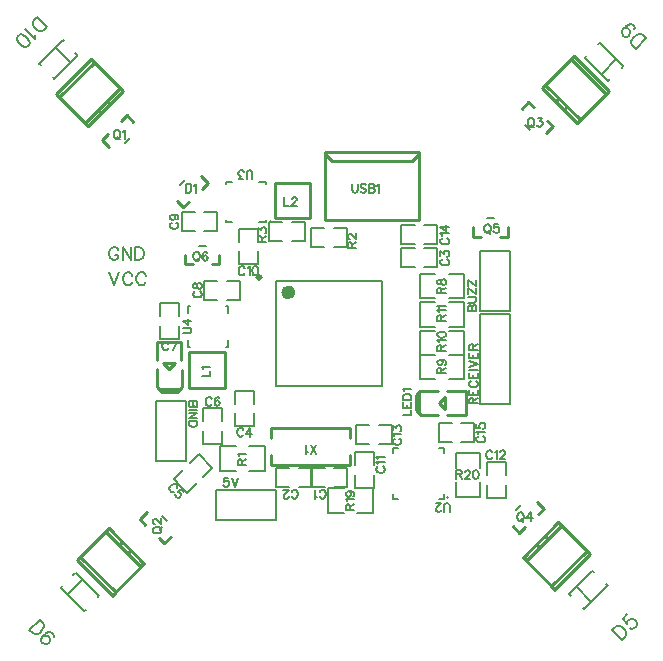
<source format=gto>
G04 ---------------------------- Layer name :TOP SILK LAYER*
G04 EasyEDA v5.8.19, Tue, 23 Oct 2018 03:45:39 GMT*
G04 c271f884b48f468e9f27791542bbc0a4*
G04 Gerber Generator version 0.2*
G04 Scale: 100 percent, Rotated: No, Reflected: No *
G04 Dimensions in inches *
G04 leading zeros omitted , absolute positions ,2 integer and 4 decimal *
%FSLAX24Y24*%
%MOIN*%
G90*
G70D02*

%ADD10C,0.010000*%
%ADD52C,0.007874*%
%ADD53C,0.007870*%
%ADD54C,0.008000*%
%ADD55C,0.007992*%
%ADD56C,0.007900*%
%ADD57C,0.009842*%
%ADD58C,0.003900*%
%ADD59C,0.023622*%
%ADD60C,0.011811*%
%ADD61C,0.005000*%
%ADD62C,0.006000*%
%ADD63C,0.007000*%

%LPD*%
G54D10*
G01X13390Y19388D02*
G01X13390Y18207D01*
G01X12209Y18207D01*
G01X12209Y19388D01*
G01X13390Y19388D01*
G01X7094Y21444D02*
G01X7278Y21628D01*
G01X7094Y21444D01*
G01X7278Y21628D01*
G01X7505Y21401D01*
G01X6692Y20588D02*
G01X6465Y20815D01*
G01X6650Y20999D01*
G54D52*
G01X7221Y20705D02*
G01X7388Y20873D01*
G54D10*
G01X19085Y17588D02*
G01X18825Y17588D01*
G01X19085Y17588D01*
G01X18825Y17588D01*
G01X18825Y17909D01*
G01X19975Y17909D02*
G01X19975Y17588D01*
G01X19714Y17588D01*
G54D52*
G01X19518Y18198D02*
G01X19281Y18198D01*
G54D10*
G01X12097Y10870D02*
G01X12097Y11224D01*
G01X14715Y11224D01*
G01X14715Y10870D01*
G01X14715Y10317D02*
G01X14715Y9963D01*
G01X12097Y9963D01*
G01X12097Y10317D01*
G54D53*
G01X14968Y8386D02*
G01X15488Y8386D01*
G01X15488Y9201D01*
G01X14968Y9201D01*
G01X14522Y8386D02*
G01X14002Y8386D01*
G01X14002Y9201D01*
G01X14522Y9201D01*
G01X18243Y9425D02*
G01X18243Y8905D01*
G01X19057Y8905D01*
G01X19057Y9425D01*
G01X18243Y9871D02*
G01X18243Y10390D01*
G01X19057Y10390D01*
G01X19057Y9871D01*
G54D10*
G01X10546Y12553D02*
G01X9363Y12553D01*
G01X9363Y13734D01*
G01X10546Y13734D01*
G01X10546Y12553D01*
G54D54*
G01X20050Y15094D02*
G01X19050Y15094D01*
G01X19050Y17094D01*
G01X20050Y17094D01*
G01X20050Y16344D01*
G54D55*
G01X20050Y15094D02*
G01X20050Y16344D01*
G54D54*
G01X20050Y14244D02*
G01X20050Y14994D01*
G01X19050Y14994D01*
G01X19050Y11994D01*
G01X20050Y11994D01*
G54D55*
G01X20050Y11994D02*
G01X20050Y14244D01*
G54D54*
G01X8250Y12094D02*
G01X9250Y12094D01*
G01X9250Y10094D01*
G01X8250Y10094D01*
G01X8250Y10844D01*
G54D55*
G01X8250Y12094D02*
G01X8250Y10844D01*
G54D10*
G01X7900Y7988D02*
G01X7715Y8173D01*
G01X7900Y7988D01*
G01X7715Y8173D01*
G01X7942Y8400D01*
G01X8755Y7586D02*
G01X8528Y7359D01*
G01X8344Y7544D01*
G54D52*
G01X8638Y8115D02*
G01X8471Y8282D01*
G54D10*
G01X21300Y21449D02*
G01X21484Y21265D01*
G01X21300Y21449D01*
G01X21484Y21265D01*
G01X21256Y21038D01*
G01X20443Y21851D02*
G01X20671Y22078D01*
G01X20855Y21894D01*
G54D52*
G01X20561Y21323D02*
G01X20728Y21155D01*
G54D53*
G01X18018Y13636D02*
G01X18538Y13636D01*
G01X18538Y14451D01*
G01X18018Y14451D01*
G01X17572Y13636D02*
G01X17052Y13636D01*
G01X17052Y14451D01*
G01X17572Y14451D01*
G01X18018Y14586D02*
G01X18538Y14586D01*
G01X18538Y15401D01*
G01X18018Y15401D01*
G01X17572Y14586D02*
G01X17052Y14586D01*
G01X17052Y15401D01*
G01X17572Y15401D01*
G01X18018Y12836D02*
G01X18538Y12836D01*
G01X18538Y13651D01*
G01X18018Y13651D01*
G01X17572Y12836D02*
G01X17052Y12836D01*
G01X17052Y13651D01*
G01X17572Y13651D01*
G54D10*
G01X20481Y6894D02*
G01X21550Y5825D01*
G01X21650Y8063D02*
G01X22718Y6994D01*
G01X20485Y6890D02*
G01X21653Y8059D01*
G01X22714Y6998D02*
G01X21546Y5828D01*
G01X20590Y6784D02*
G01X21760Y7953D01*
G01X21439Y5934D02*
G01X22609Y7103D01*
G01X20927Y7332D02*
G01X21034Y7226D01*
G01X21210Y7615D02*
G01X21317Y7509D01*
G01X6700Y7863D02*
G01X5630Y6794D01*
G01X7869Y6694D02*
G01X6800Y5625D01*
G01X6696Y7859D02*
G01X7865Y6690D01*
G01X6803Y5628D02*
G01X5634Y6798D01*
G01X6590Y7753D02*
G01X7759Y6584D01*
G01X5740Y6903D02*
G01X6909Y5734D01*
G01X7138Y7415D02*
G01X7032Y7309D01*
G01X7421Y7132D02*
G01X7315Y7026D01*
G01X22300Y21375D02*
G01X23368Y22444D01*
G01X21131Y22544D02*
G01X22200Y23613D01*
G01X22303Y21378D02*
G01X21135Y22548D01*
G01X22196Y23609D02*
G01X23364Y22440D01*
G01X22410Y21484D02*
G01X21240Y22653D01*
G01X23259Y22334D02*
G01X22089Y23503D01*
G01X21860Y21822D02*
G01X21967Y21928D01*
G01X21577Y22105D02*
G01X21684Y22211D01*
G01X7169Y22444D02*
G01X6100Y23513D01*
G01X6000Y21275D02*
G01X4930Y22344D01*
G01X7165Y22448D02*
G01X5996Y21278D01*
G01X4934Y22340D02*
G01X6103Y23509D01*
G01X7059Y22553D02*
G01X5890Y21384D01*
G01X6209Y23403D02*
G01X5040Y22234D01*
G01X6721Y22005D02*
G01X6615Y22111D01*
G01X6438Y21722D02*
G01X6332Y21828D01*
G01X9355Y18744D02*
G01X9171Y18559D01*
G01X9355Y18744D01*
G01X9171Y18559D01*
G01X8944Y18786D01*
G01X9756Y19600D02*
G01X9984Y19373D01*
G01X9800Y19188D01*
G54D52*
G01X9228Y19482D02*
G01X9061Y19315D01*
G01X17847Y9005D02*
G01X17847Y8847D01*
G01X17689Y8847D01*
G01X16310Y8847D02*
G01X16153Y8847D01*
G01X16153Y9005D01*
G01X16310Y10540D02*
G01X16153Y10540D01*
G01X16153Y10382D01*
G01X17689Y10540D02*
G01X17847Y10540D01*
G01X17847Y10382D01*
G54D10*
G01X13875Y18140D02*
G01X13875Y20401D01*
G01X13875Y18136D02*
G01X17025Y18136D01*
G01X17025Y18136D02*
G01X17025Y20397D01*
G01X13875Y20405D02*
G01X17025Y20405D01*
G01X14114Y20125D02*
G01X16781Y20125D01*
G01X13882Y20405D02*
G01X13882Y20357D01*
G01X14114Y20125D01*
G01X17013Y20397D02*
G01X17013Y20357D01*
G01X16781Y20125D01*
G54D53*
G01X18018Y15536D02*
G01X18538Y15536D01*
G01X18538Y16351D01*
G01X18018Y16351D01*
G01X17572Y15536D02*
G01X17052Y15536D01*
G01X17052Y16351D01*
G01X17572Y16351D01*
G54D10*
G01X20555Y7894D02*
G01X20371Y7709D01*
G01X20555Y7894D01*
G01X20371Y7709D01*
G01X20143Y7936D01*
G01X20956Y8750D02*
G01X21184Y8523D01*
G01X21000Y8338D01*
G54D52*
G01X20428Y8632D02*
G01X20261Y8465D01*
G54D56*
G01X10668Y14140D02*
G01X10668Y13925D01*
G01X10606Y13925D01*
G01X10668Y15047D02*
G01X10668Y15263D01*
G01X10606Y15263D01*
G01X9330Y15047D02*
G01X9330Y15263D01*
G01X9394Y15263D01*
G01X9394Y13925D02*
G01X9330Y13925D01*
G01X9330Y14140D01*
G01X11702Y19413D02*
G01X11918Y19413D01*
G01X11918Y19350D01*
G01X10797Y19413D02*
G01X10581Y19413D01*
G01X10581Y19350D01*
G01X10797Y18075D02*
G01X10581Y18075D01*
G01X10581Y18138D01*
G01X11918Y18138D02*
G01X11918Y18075D01*
G01X11702Y18075D01*
G54D53*
G01X11368Y9786D02*
G01X11888Y9786D01*
G01X11888Y10601D01*
G01X11368Y10601D01*
G01X10922Y9786D02*
G01X10402Y9786D01*
G01X10402Y10601D01*
G01X10922Y10601D01*
G54D52*
G01X15776Y16121D02*
G01X15776Y12617D01*
G01X12272Y12617D01*
G01X12272Y16121D01*
G01X15776Y16121D01*
G01X14189Y9859D02*
G01X14622Y9859D01*
G01X14622Y9228D01*
G01X14189Y9228D01*
G01X13875Y9859D02*
G01X13440Y9859D01*
G01X13440Y9465D01*
G01X13440Y9228D01*
G01X13875Y9228D01*
G01X12701Y9228D02*
G01X12268Y9228D01*
G01X12268Y9859D01*
G01X12701Y9859D01*
G01X13015Y9228D02*
G01X13448Y9228D01*
G01X13448Y9623D01*
G01X13448Y9859D01*
G01X13015Y9859D01*
G01X17189Y17209D02*
G01X17622Y17209D01*
G01X17622Y16578D01*
G01X17189Y16578D01*
G01X16875Y17209D02*
G01X16440Y17209D01*
G01X16440Y16815D01*
G01X16440Y16578D01*
G01X16875Y16578D01*
G01X11514Y11705D02*
G01X11514Y11271D01*
G01X10885Y11271D01*
G01X10885Y11705D01*
G01X11514Y12019D02*
G01X11514Y12453D01*
G01X11121Y12453D01*
G01X10885Y12453D01*
G01X10885Y12019D01*
G01X17189Y17959D02*
G01X17622Y17959D01*
G01X17622Y17328D01*
G01X17189Y17328D01*
G01X16875Y17959D02*
G01X16440Y17959D01*
G01X16440Y17565D01*
G01X16440Y17328D01*
G01X16875Y17328D01*
G01X18110Y10728D02*
G01X17677Y10728D01*
G01X17677Y11359D01*
G01X18110Y11359D01*
G01X18426Y10728D02*
G01X18859Y10728D01*
G01X18859Y11123D01*
G01X18859Y11359D01*
G01X18426Y11359D01*
G01X15360Y10678D02*
G01X14927Y10678D01*
G01X14927Y11309D01*
G01X15360Y11309D01*
G01X15676Y10678D02*
G01X16109Y10678D01*
G01X16109Y11073D01*
G01X16109Y11309D01*
G01X15676Y11309D01*
G01X15514Y9655D02*
G01X15514Y9221D01*
G01X14885Y9221D01*
G01X14885Y9655D01*
G01X15514Y9969D02*
G01X15514Y10403D01*
G01X15121Y10403D01*
G01X14885Y10403D01*
G01X14885Y9969D01*
G01X9015Y14622D02*
G01X9015Y14188D01*
G01X8384Y14188D01*
G01X8384Y14622D01*
G01X9015Y14936D02*
G01X9015Y15370D01*
G01X8621Y15370D01*
G01X8384Y15370D01*
G01X8384Y14936D01*
G54D10*
G01X9100Y13461D02*
G01X9100Y14072D01*
G01X8300Y14072D01*
G01X8300Y13461D01*
G01X9109Y13151D02*
G01X9109Y12572D01*
G01X8950Y12411D01*
G01X8450Y12411D01*
G01X8300Y12561D01*
G01X8300Y13161D01*
G01X8896Y13373D02*
G01X8503Y13373D01*
G01X8503Y13373D01*
G01X8700Y13176D01*
G01X8700Y13176D01*
G01X8896Y13373D01*
G01X9015Y12507D02*
G01X8384Y12507D01*
G54D52*
G01X9547Y17779D02*
G01X9115Y17778D01*
G01X9115Y18409D01*
G01X9547Y18408D01*
G01X9863Y17779D02*
G01X10296Y17778D01*
G01X10296Y18173D01*
G01X10296Y18409D01*
G01X9863Y18408D01*
G01X13860Y17228D02*
G01X13427Y17228D01*
G01X13427Y17859D01*
G01X13860Y17859D01*
G01X14176Y17228D02*
G01X14609Y17228D01*
G01X14609Y17623D01*
G01X14609Y17859D01*
G01X14176Y17859D01*
G01X12460Y17428D02*
G01X12027Y17428D01*
G01X12027Y18059D01*
G01X12460Y18059D01*
G01X12776Y17428D02*
G01X13209Y17428D01*
G01X13209Y17823D01*
G01X13209Y18059D01*
G01X12776Y18059D01*
G54D10*
G01X17968Y11644D02*
G01X18577Y11644D01*
G01X18577Y12444D01*
G01X17968Y12444D01*
G01X17657Y11634D02*
G01X17077Y11634D01*
G01X16918Y11794D01*
G01X16918Y12294D01*
G01X17068Y12444D01*
G01X17668Y12444D01*
G01X17878Y11847D02*
G01X17878Y12240D01*
G01X17878Y12240D01*
G01X17681Y12044D01*
G01X17681Y12044D01*
G01X17878Y11847D01*
G01X17013Y11728D02*
G01X17013Y12359D01*
G54D52*
G01X19285Y9632D02*
G01X19285Y10065D01*
G01X19914Y10065D01*
G01X19914Y9632D01*
G01X19285Y9317D02*
G01X19285Y8884D01*
G01X19678Y8884D01*
G01X19914Y8884D01*
G01X19914Y9317D01*
G01X9388Y10026D02*
G01X9694Y10332D01*
G01X10139Y9888D01*
G01X9834Y9580D01*
G01X9165Y9803D02*
G01X8859Y9498D01*
G01X9138Y9219D01*
G01X9305Y9051D01*
G01X9610Y9359D01*
G01X9835Y11432D02*
G01X9835Y11865D01*
G01X10464Y11865D01*
G01X10464Y11432D01*
G01X9835Y11117D02*
G01X9835Y10684D01*
G01X10228Y10684D01*
G01X10464Y10684D01*
G01X10464Y11117D01*
G01X10622Y16109D02*
G01X11056Y16109D01*
G01X11056Y15478D01*
G01X10622Y15478D01*
G01X10307Y16109D02*
G01X9873Y16109D01*
G01X9873Y15715D01*
G01X9873Y15478D01*
G01X10307Y15478D01*
G01X11035Y17415D02*
G01X11035Y17849D01*
G01X11664Y17849D01*
G01X11664Y17415D01*
G01X11035Y17101D02*
G01X11035Y16667D01*
G01X11428Y16667D01*
G01X11664Y16667D01*
G01X11664Y17101D01*
G54D54*
G01X10250Y8144D02*
G01X10250Y9144D01*
G01X12250Y9144D01*
G01X12250Y8144D01*
G01X11500Y8144D01*
G54D55*
G01X10250Y8144D02*
G01X11500Y8144D01*
G54D52*
G01X5855Y5107D02*
G01X5076Y5886D01*
G01X6356Y5608D02*
G01X5577Y6387D01*
G01X5861Y5105D02*
G01X5910Y5155D01*
G01X6356Y5607D02*
G01X6308Y5560D01*
G01X5076Y5890D02*
G01X5120Y5934D01*
G01X5571Y6385D02*
G01X5507Y6314D01*
G01X5322Y5660D02*
G01X5800Y6138D01*
G01X23306Y5949D02*
G01X22527Y5170D01*
G01X22805Y6450D02*
G01X22026Y5671D01*
G01X23309Y5955D02*
G01X23258Y6004D01*
G01X22806Y6450D02*
G01X22853Y6402D01*
G01X22523Y5170D02*
G01X22479Y5214D01*
G01X22028Y5665D02*
G01X22099Y5601D01*
G01X22753Y5416D02*
G01X22275Y5894D01*
G01X23054Y24050D02*
G01X23833Y23271D01*
G01X22553Y23549D02*
G01X23332Y22770D01*
G01X23048Y24053D02*
G01X22999Y24002D01*
G01X22553Y23550D02*
G01X22601Y23597D01*
G01X23833Y23267D02*
G01X23789Y23223D01*
G01X23338Y22772D02*
G01X23402Y22843D01*
G01X23587Y23497D02*
G01X23109Y23019D01*
G01X4363Y23358D02*
G01X5142Y24137D01*
G01X4864Y22857D02*
G01X5643Y23636D01*
G01X4361Y23352D02*
G01X4411Y23303D01*
G01X4863Y22857D02*
G01X4816Y22905D01*
G01X5146Y24137D02*
G01X5190Y24093D01*
G01X5641Y23642D02*
G01X5570Y23706D01*
G01X4916Y23891D02*
G01X5394Y23413D01*
G54D10*
G01X9484Y16668D02*
G01X9225Y16668D01*
G01X9484Y16668D01*
G01X9225Y16668D01*
G01X9225Y16988D01*
G01X10374Y16988D02*
G01X10374Y16668D01*
G01X10114Y16668D01*
G54D52*
G01X9918Y17278D02*
G01X9681Y17278D01*
G54D61*
G01X12513Y18902D02*
G01X12513Y18615D01*
G01X12513Y18615D02*
G01X12677Y18615D01*
G01X12780Y18833D02*
G01X12780Y18847D01*
G01X12794Y18874D01*
G01X12808Y18888D01*
G01X12835Y18902D01*
G01X12889Y18902D01*
G01X12917Y18888D01*
G01X12930Y18874D01*
G01X12944Y18847D01*
G01X12944Y18820D01*
G01X12930Y18793D01*
G01X12903Y18752D01*
G01X12767Y18615D01*
G01X12958Y18615D01*
G01X6932Y21144D02*
G01X6905Y21130D01*
G01X6876Y21103D01*
G01X6863Y21075D01*
G01X6850Y21034D01*
G01X6850Y20965D01*
G01X6863Y20925D01*
G01X6876Y20898D01*
G01X6905Y20871D01*
G01X6932Y20857D01*
G01X6986Y20857D01*
G01X7013Y20871D01*
G01X7040Y20898D01*
G01X7055Y20925D01*
G01X7067Y20965D01*
G01X7067Y21034D01*
G01X7055Y21075D01*
G01X7040Y21103D01*
G01X7013Y21130D01*
G01X6986Y21144D01*
G01X6932Y21144D01*
G01X6973Y20911D02*
G01X7055Y20830D01*
G01X7157Y21088D02*
G01X7184Y21103D01*
G01X7226Y21144D01*
G01X7226Y20857D01*
G01X19281Y18003D02*
G01X19255Y17988D01*
G01X19227Y17961D01*
G01X19214Y17934D01*
G01X19200Y17894D01*
G01X19200Y17825D01*
G01X19214Y17784D01*
G01X19227Y17757D01*
G01X19255Y17730D01*
G01X19281Y17715D01*
G01X19335Y17715D01*
G01X19364Y17730D01*
G01X19390Y17757D01*
G01X19405Y17784D01*
G01X19418Y17825D01*
G01X19418Y17894D01*
G01X19405Y17934D01*
G01X19390Y17961D01*
G01X19364Y17988D01*
G01X19335Y18003D01*
G01X19281Y18003D01*
G01X19322Y17771D02*
G01X19405Y17688D01*
G01X19672Y18003D02*
G01X19535Y18003D01*
G01X19522Y17880D01*
G01X19535Y17894D01*
G01X19576Y17907D01*
G01X19617Y17907D01*
G01X19657Y17894D01*
G01X19685Y17865D01*
G01X19698Y17825D01*
G01X19698Y17798D01*
G01X19685Y17757D01*
G01X19657Y17730D01*
G01X19617Y17715D01*
G01X19576Y17715D01*
G01X19535Y17730D01*
G01X19522Y17744D01*
G01X19507Y17771D01*
G54D62*
G01X13599Y10357D02*
G01X13408Y10644D01*
G01X13408Y10357D02*
G01X13599Y10644D01*
G01X13318Y10411D02*
G01X13291Y10398D01*
G01X13250Y10357D01*
G01X13250Y10644D01*
G54D61*
G01X14585Y8480D02*
G01X14872Y8480D01*
G01X14585Y8480D02*
G01X14585Y8603D01*
G01X14600Y8644D01*
G01X14614Y8657D01*
G01X14640Y8671D01*
G01X14668Y8671D01*
G01X14694Y8657D01*
G01X14709Y8644D01*
G01X14722Y8603D01*
G01X14722Y8480D01*
G01X14722Y8575D02*
G01X14872Y8671D01*
G01X14640Y8761D02*
G01X14627Y8788D01*
G01X14585Y8829D01*
G01X14872Y8829D01*
G01X14681Y9096D02*
G01X14722Y9083D01*
G01X14750Y9055D01*
G01X14764Y9015D01*
G01X14764Y9001D01*
G01X14750Y8960D01*
G01X14722Y8933D01*
G01X14681Y8919D01*
G01X14668Y8919D01*
G01X14627Y8933D01*
G01X14600Y8960D01*
G01X14585Y9001D01*
G01X14585Y9015D01*
G01X14600Y9055D01*
G01X14627Y9083D01*
G01X14681Y9096D01*
G01X14750Y9096D01*
G01X14818Y9083D01*
G01X14859Y9055D01*
G01X14872Y9015D01*
G01X14872Y8987D01*
G01X14859Y8946D01*
G01X14831Y8933D01*
G01X18263Y9805D02*
G01X18263Y9517D01*
G01X18263Y9805D02*
G01X18386Y9805D01*
G01X18427Y9790D01*
G01X18440Y9776D01*
G01X18454Y9750D01*
G01X18454Y9723D01*
G01X18440Y9696D01*
G01X18427Y9682D01*
G01X18386Y9667D01*
G01X18263Y9667D01*
G01X18358Y9667D02*
G01X18454Y9517D01*
G01X18558Y9736D02*
G01X18558Y9750D01*
G01X18571Y9776D01*
G01X18585Y9790D01*
G01X18612Y9805D01*
G01X18667Y9805D01*
G01X18694Y9790D01*
G01X18708Y9776D01*
G01X18721Y9750D01*
G01X18721Y9723D01*
G01X18708Y9696D01*
G01X18680Y9655D01*
G01X18544Y9517D01*
G01X18735Y9517D01*
G01X18907Y9805D02*
G01X18866Y9790D01*
G01X18838Y9750D01*
G01X18825Y9682D01*
G01X18825Y9640D01*
G01X18838Y9573D01*
G01X18866Y9532D01*
G01X18907Y9517D01*
G01X18934Y9517D01*
G01X18975Y9532D01*
G01X19002Y9573D01*
G01X19016Y9640D01*
G01X19016Y9682D01*
G01X19002Y9750D01*
G01X18975Y9790D01*
G01X18934Y9805D01*
G01X18907Y9805D01*
G54D62*
G01X9785Y12929D02*
G01X10072Y12929D01*
G01X10072Y12929D02*
G01X10072Y13093D01*
G01X9840Y13183D02*
G01X9826Y13210D01*
G01X9785Y13251D01*
G01X10072Y13251D01*
G54D61*
G01X18650Y15109D02*
G01X18937Y15109D01*
G01X18650Y15109D02*
G01X18650Y15232D01*
G01X18664Y15273D01*
G01X18678Y15286D01*
G01X18705Y15300D01*
G01X18732Y15300D01*
G01X18759Y15286D01*
G01X18773Y15273D01*
G01X18787Y15232D01*
G01X18787Y15109D02*
G01X18787Y15232D01*
G01X18800Y15273D01*
G01X18814Y15286D01*
G01X18841Y15300D01*
G01X18882Y15300D01*
G01X18909Y15286D01*
G01X18923Y15273D01*
G01X18937Y15232D01*
G01X18937Y15109D01*
G01X18650Y15390D02*
G01X18855Y15390D01*
G01X18896Y15404D01*
G01X18923Y15431D01*
G01X18937Y15472D01*
G01X18937Y15499D01*
G01X18923Y15540D01*
G01X18896Y15567D01*
G01X18855Y15581D01*
G01X18650Y15581D01*
G01X18650Y15862D02*
G01X18937Y15671D01*
G01X18650Y15671D02*
G01X18650Y15862D01*
G01X18937Y15671D02*
G01X18937Y15862D01*
G01X18650Y16143D02*
G01X18937Y15952D01*
G01X18650Y15952D02*
G01X18650Y16143D01*
G01X18937Y15952D02*
G01X18937Y16143D01*
G54D62*
G01X18699Y12028D02*
G01X18986Y12028D01*
G01X18699Y12028D02*
G01X18699Y12151D01*
G01X18713Y12192D01*
G01X18727Y12205D01*
G01X18754Y12219D01*
G01X18781Y12219D01*
G01X18808Y12205D01*
G01X18822Y12192D01*
G01X18836Y12151D01*
G01X18836Y12028D01*
G01X18836Y12123D02*
G01X18986Y12219D01*
G01X18699Y12309D02*
G01X18986Y12309D01*
G01X18699Y12309D02*
G01X18699Y12486D01*
G01X18836Y12309D02*
G01X18836Y12418D01*
G01X18986Y12309D02*
G01X18986Y12486D01*
G01X18768Y12781D02*
G01X18740Y12767D01*
G01X18713Y12740D01*
G01X18699Y12713D01*
G01X18699Y12658D01*
G01X18713Y12631D01*
G01X18740Y12603D01*
G01X18768Y12590D01*
G01X18808Y12576D01*
G01X18877Y12576D01*
G01X18918Y12590D01*
G01X18945Y12603D01*
G01X18972Y12631D01*
G01X18986Y12658D01*
G01X18986Y12713D01*
G01X18972Y12740D01*
G01X18945Y12767D01*
G01X18918Y12781D01*
G01X18699Y12871D02*
G01X18986Y12871D01*
G01X18699Y12871D02*
G01X18699Y13048D01*
G01X18836Y12871D02*
G01X18836Y12980D01*
G01X18986Y12871D02*
G01X18986Y13048D01*
G01X18699Y13138D02*
G01X18986Y13138D01*
G01X18699Y13228D02*
G01X18986Y13337D01*
G01X18699Y13446D02*
G01X18986Y13337D01*
G01X18699Y13536D02*
G01X18986Y13536D01*
G01X18699Y13536D02*
G01X18699Y13713D01*
G01X18836Y13536D02*
G01X18836Y13645D01*
G01X18986Y13536D02*
G01X18986Y13713D01*
G01X18699Y13803D02*
G01X18986Y13803D01*
G01X18699Y13803D02*
G01X18699Y13926D01*
G01X18713Y13967D01*
G01X18727Y13981D01*
G01X18754Y13994D01*
G01X18781Y13994D01*
G01X18808Y13981D01*
G01X18822Y13967D01*
G01X18836Y13926D01*
G01X18836Y13803D01*
G01X18836Y13899D02*
G01X18986Y13994D01*
G54D61*
G01X9636Y12094D02*
G01X9349Y12094D01*
G01X9636Y12094D02*
G01X9636Y11971D01*
G01X9622Y11930D01*
G01X9608Y11917D01*
G01X9581Y11903D01*
G01X9554Y11903D01*
G01X9527Y11917D01*
G01X9513Y11930D01*
G01X9499Y11971D01*
G01X9499Y12094D02*
G01X9499Y11971D01*
G01X9486Y11930D01*
G01X9472Y11917D01*
G01X9445Y11903D01*
G01X9404Y11903D01*
G01X9377Y11917D01*
G01X9363Y11930D01*
G01X9349Y11971D01*
G01X9349Y12094D01*
G01X9636Y11813D02*
G01X9349Y11813D01*
G01X9636Y11723D02*
G01X9349Y11723D01*
G01X9636Y11723D02*
G01X9349Y11532D01*
G01X9636Y11532D02*
G01X9349Y11532D01*
G01X9636Y11442D02*
G01X9349Y11442D01*
G01X9636Y11442D02*
G01X9636Y11347D01*
G01X9622Y11306D01*
G01X9595Y11279D01*
G01X9567Y11265D01*
G01X9527Y11251D01*
G01X9458Y11251D01*
G01X9417Y11265D01*
G01X9390Y11279D01*
G01X9363Y11306D01*
G01X9349Y11347D01*
G01X9349Y11442D01*
G01X8150Y7776D02*
G01X8163Y7750D01*
G01X8190Y7722D01*
G01X8219Y7709D01*
G01X8259Y7695D01*
G01X8328Y7695D01*
G01X8369Y7709D01*
G01X8396Y7722D01*
G01X8423Y7750D01*
G01X8436Y7776D01*
G01X8436Y7830D01*
G01X8423Y7859D01*
G01X8396Y7886D01*
G01X8369Y7900D01*
G01X8328Y7913D01*
G01X8259Y7913D01*
G01X8219Y7900D01*
G01X8190Y7886D01*
G01X8163Y7859D01*
G01X8150Y7830D01*
G01X8150Y7776D01*
G01X8382Y7817D02*
G01X8463Y7900D01*
G01X8219Y8017D02*
G01X8205Y8017D01*
G01X8178Y8030D01*
G01X8163Y8044D01*
G01X8150Y8071D01*
G01X8150Y8126D01*
G01X8163Y8153D01*
G01X8178Y8167D01*
G01X8205Y8180D01*
G01X8232Y8180D01*
G01X8259Y8167D01*
G01X8300Y8140D01*
G01X8436Y8003D01*
G01X8436Y8194D01*
G01X20731Y21544D02*
G01X20705Y21530D01*
G01X20677Y21503D01*
G01X20664Y21475D01*
G01X20650Y21435D01*
G01X20650Y21366D01*
G01X20664Y21325D01*
G01X20677Y21298D01*
G01X20705Y21271D01*
G01X20731Y21257D01*
G01X20785Y21257D01*
G01X20814Y21271D01*
G01X20840Y21298D01*
G01X20855Y21325D01*
G01X20868Y21366D01*
G01X20868Y21435D01*
G01X20855Y21475D01*
G01X20840Y21503D01*
G01X20814Y21530D01*
G01X20785Y21544D01*
G01X20731Y21544D01*
G01X20772Y21312D02*
G01X20855Y21230D01*
G01X20985Y21544D02*
G01X21135Y21544D01*
G01X21053Y21435D01*
G01X21094Y21435D01*
G01X21122Y21421D01*
G01X21135Y21407D01*
G01X21148Y21366D01*
G01X21148Y21339D01*
G01X21135Y21298D01*
G01X21107Y21271D01*
G01X21067Y21257D01*
G01X21026Y21257D01*
G01X20985Y21271D01*
G01X20972Y21285D01*
G01X20957Y21312D01*
G01X17636Y13780D02*
G01X17923Y13780D01*
G01X17636Y13780D02*
G01X17636Y13903D01*
G01X17650Y13944D01*
G01X17664Y13957D01*
G01X17691Y13971D01*
G01X17718Y13971D01*
G01X17745Y13957D01*
G01X17759Y13944D01*
G01X17773Y13903D01*
G01X17773Y13780D01*
G01X17773Y13875D02*
G01X17923Y13971D01*
G01X17691Y14061D02*
G01X17677Y14088D01*
G01X17636Y14129D01*
G01X17923Y14129D01*
G01X17636Y14301D02*
G01X17650Y14260D01*
G01X17691Y14233D01*
G01X17759Y14219D01*
G01X17800Y14219D01*
G01X17868Y14233D01*
G01X17909Y14260D01*
G01X17923Y14301D01*
G01X17923Y14328D01*
G01X17909Y14369D01*
G01X17868Y14396D01*
G01X17800Y14410D01*
G01X17759Y14410D01*
G01X17691Y14396D01*
G01X17650Y14369D01*
G01X17636Y14328D01*
G01X17636Y14301D01*
G01X17636Y14780D02*
G01X17923Y14780D01*
G01X17636Y14780D02*
G01X17636Y14903D01*
G01X17650Y14944D01*
G01X17664Y14957D01*
G01X17691Y14971D01*
G01X17718Y14971D01*
G01X17745Y14957D01*
G01X17759Y14944D01*
G01X17773Y14903D01*
G01X17773Y14780D01*
G01X17773Y14875D02*
G01X17923Y14971D01*
G01X17691Y15061D02*
G01X17677Y15088D01*
G01X17636Y15129D01*
G01X17923Y15129D01*
G01X17691Y15219D02*
G01X17677Y15246D01*
G01X17636Y15287D01*
G01X17923Y15287D01*
G01X17636Y13030D02*
G01X17923Y13030D01*
G01X17636Y13030D02*
G01X17636Y13153D01*
G01X17650Y13194D01*
G01X17664Y13207D01*
G01X17691Y13221D01*
G01X17718Y13221D01*
G01X17745Y13207D01*
G01X17759Y13194D01*
G01X17773Y13153D01*
G01X17773Y13030D01*
G01X17773Y13125D02*
G01X17923Y13221D01*
G01X17732Y13488D02*
G01X17773Y13475D01*
G01X17800Y13447D01*
G01X17814Y13406D01*
G01X17814Y13393D01*
G01X17800Y13352D01*
G01X17773Y13325D01*
G01X17732Y13311D01*
G01X17718Y13311D01*
G01X17677Y13325D01*
G01X17650Y13352D01*
G01X17636Y13393D01*
G01X17636Y13406D01*
G01X17650Y13447D01*
G01X17677Y13475D01*
G01X17732Y13488D01*
G01X17800Y13488D01*
G01X17868Y13475D01*
G01X17909Y13447D01*
G01X17923Y13406D01*
G01X17923Y13379D01*
G01X17909Y13338D01*
G01X17882Y13325D01*
G01X9249Y19344D02*
G01X9249Y19057D01*
G01X9249Y19344D02*
G01X9344Y19344D01*
G01X9385Y19330D01*
G01X9413Y19303D01*
G01X9426Y19275D01*
G01X9440Y19234D01*
G01X9440Y19165D01*
G01X9426Y19125D01*
G01X9413Y19098D01*
G01X9385Y19071D01*
G01X9344Y19057D01*
G01X9249Y19057D01*
G01X9530Y19288D02*
G01X9557Y19303D01*
G01X9598Y19344D01*
G01X9598Y19057D01*
G01X18050Y8416D02*
G01X18050Y8621D01*
G01X18035Y8662D01*
G01X18009Y8689D01*
G01X17968Y8703D01*
G01X17940Y8703D01*
G01X17900Y8689D01*
G01X17872Y8662D01*
G01X17859Y8621D01*
G01X17859Y8416D01*
G01X17755Y8485D02*
G01X17755Y8471D01*
G01X17742Y8444D01*
G01X17727Y8430D01*
G01X17701Y8416D01*
G01X17646Y8416D01*
G01X17618Y8430D01*
G01X17605Y8444D01*
G01X17592Y8471D01*
G01X17592Y8498D01*
G01X17605Y8525D01*
G01X17632Y8566D01*
G01X17768Y8703D01*
G01X17577Y8703D01*
G01X14794Y19342D02*
G01X14794Y19136D01*
G01X14809Y19096D01*
G01X14835Y19069D01*
G01X14877Y19055D01*
G01X14903Y19055D01*
G01X14944Y19069D01*
G01X14972Y19096D01*
G01X14985Y19136D01*
G01X14985Y19342D01*
G01X15267Y19301D02*
G01X15239Y19328D01*
G01X15198Y19342D01*
G01X15143Y19342D01*
G01X15102Y19328D01*
G01X15076Y19301D01*
G01X15076Y19273D01*
G01X15089Y19246D01*
G01X15102Y19232D01*
G01X15130Y19219D01*
G01X15211Y19192D01*
G01X15239Y19178D01*
G01X15252Y19163D01*
G01X15267Y19136D01*
G01X15267Y19096D01*
G01X15239Y19069D01*
G01X15198Y19055D01*
G01X15143Y19055D01*
G01X15102Y19069D01*
G01X15076Y19096D01*
G01X15356Y19342D02*
G01X15356Y19055D01*
G01X15356Y19342D02*
G01X15480Y19342D01*
G01X15519Y19328D01*
G01X15534Y19313D01*
G01X15547Y19286D01*
G01X15547Y19259D01*
G01X15534Y19232D01*
G01X15519Y19219D01*
G01X15480Y19205D01*
G01X15356Y19205D02*
G01X15480Y19205D01*
G01X15519Y19192D01*
G01X15534Y19178D01*
G01X15547Y19151D01*
G01X15547Y19109D01*
G01X15534Y19082D01*
G01X15519Y19069D01*
G01X15480Y19055D01*
G01X15356Y19055D01*
G01X15638Y19286D02*
G01X15664Y19301D01*
G01X15706Y19342D01*
G01X15706Y19055D01*
G01X17636Y15700D02*
G01X17923Y15700D01*
G01X17636Y15700D02*
G01X17636Y15823D01*
G01X17650Y15864D01*
G01X17664Y15877D01*
G01X17691Y15891D01*
G01X17718Y15891D01*
G01X17745Y15877D01*
G01X17759Y15864D01*
G01X17773Y15823D01*
G01X17773Y15700D01*
G01X17773Y15795D02*
G01X17923Y15891D01*
G01X17636Y16049D02*
G01X17650Y16008D01*
G01X17677Y15995D01*
G01X17705Y15995D01*
G01X17732Y16008D01*
G01X17745Y16035D01*
G01X17759Y16090D01*
G01X17773Y16131D01*
G01X17800Y16158D01*
G01X17827Y16172D01*
G01X17868Y16172D01*
G01X17895Y16158D01*
G01X17909Y16145D01*
G01X17923Y16104D01*
G01X17923Y16049D01*
G01X17909Y16008D01*
G01X17895Y15995D01*
G01X17868Y15981D01*
G01X17827Y15981D01*
G01X17800Y15995D01*
G01X17773Y16022D01*
G01X17759Y16063D01*
G01X17745Y16117D01*
G01X17732Y16145D01*
G01X17705Y16158D01*
G01X17677Y16158D01*
G01X17650Y16145D01*
G01X17636Y16104D01*
G01X17636Y16049D01*
G01X20381Y8393D02*
G01X20355Y8379D01*
G01X20327Y8352D01*
G01X20314Y8324D01*
G01X20300Y8284D01*
G01X20300Y8215D01*
G01X20314Y8174D01*
G01X20327Y8147D01*
G01X20355Y8120D01*
G01X20381Y8106D01*
G01X20435Y8106D01*
G01X20464Y8120D01*
G01X20490Y8147D01*
G01X20505Y8174D01*
G01X20518Y8215D01*
G01X20518Y8284D01*
G01X20505Y8324D01*
G01X20490Y8352D01*
G01X20464Y8379D01*
G01X20435Y8393D01*
G01X20381Y8393D01*
G01X20422Y8161D02*
G01X20505Y8079D01*
G01X20744Y8393D02*
G01X20607Y8202D01*
G01X20813Y8202D01*
G01X20744Y8393D02*
G01X20744Y8106D01*
G01X9149Y14359D02*
G01X9354Y14359D01*
G01X9395Y14373D01*
G01X9422Y14400D01*
G01X9436Y14440D01*
G01X9436Y14467D01*
G01X9422Y14509D01*
G01X9395Y14536D01*
G01X9354Y14550D01*
G01X9149Y14550D01*
G01X9149Y14776D02*
G01X9340Y14640D01*
G01X9340Y14844D01*
G01X9149Y14776D02*
G01X9436Y14776D01*
G01X11471Y19507D02*
G01X11471Y19712D01*
G01X11457Y19753D01*
G01X11430Y19780D01*
G01X11389Y19794D01*
G01X11362Y19794D01*
G01X11321Y19780D01*
G01X11294Y19753D01*
G01X11280Y19712D01*
G01X11280Y19507D01*
G01X11163Y19507D02*
G01X11013Y19507D01*
G01X11095Y19616D01*
G01X11054Y19616D01*
G01X11026Y19630D01*
G01X11013Y19644D01*
G01X10999Y19685D01*
G01X10999Y19712D01*
G01X11013Y19753D01*
G01X11040Y19780D01*
G01X11081Y19794D01*
G01X11122Y19794D01*
G01X11163Y19780D01*
G01X11176Y19766D01*
G01X11190Y19739D01*
G54D62*
G01X10985Y9980D02*
G01X11272Y9980D01*
G01X10985Y9980D02*
G01X10985Y10103D01*
G01X11000Y10144D01*
G01X11014Y10157D01*
G01X11040Y10171D01*
G01X11068Y10171D01*
G01X11094Y10157D01*
G01X11109Y10144D01*
G01X11122Y10103D01*
G01X11122Y9980D01*
G01X11122Y10075D02*
G01X11272Y10171D01*
G01X11040Y10261D02*
G01X11027Y10288D01*
G01X10985Y10329D01*
G01X11272Y10329D01*
G01X13708Y8926D02*
G01X13722Y8898D01*
G01X13749Y8871D01*
G01X13777Y8857D01*
G01X13831Y8857D01*
G01X13858Y8871D01*
G01X13886Y8898D01*
G01X13899Y8926D01*
G01X13913Y8966D01*
G01X13913Y9035D01*
G01X13899Y9076D01*
G01X13886Y9103D01*
G01X13858Y9130D01*
G01X13831Y9144D01*
G01X13777Y9144D01*
G01X13749Y9130D01*
G01X13722Y9103D01*
G01X13708Y9076D01*
G01X13618Y8912D02*
G01X13591Y8898D01*
G01X13550Y8857D01*
G01X13550Y9144D01*
G01X12780Y8926D02*
G01X12794Y8898D01*
G01X12821Y8871D01*
G01X12849Y8857D01*
G01X12903Y8857D01*
G01X12930Y8871D01*
G01X12958Y8898D01*
G01X12971Y8926D01*
G01X12985Y8965D01*
G01X12985Y9034D01*
G01X12971Y9076D01*
G01X12958Y9103D01*
G01X12930Y9130D01*
G01X12903Y9144D01*
G01X12849Y9144D01*
G01X12821Y9130D01*
G01X12794Y9103D01*
G01X12780Y9076D01*
G01X12677Y8926D02*
G01X12677Y8911D01*
G01X12663Y8884D01*
G01X12650Y8871D01*
G01X12622Y8857D01*
G01X12568Y8857D01*
G01X12540Y8871D01*
G01X12527Y8884D01*
G01X12513Y8911D01*
G01X12513Y8938D01*
G01X12527Y8965D01*
G01X12554Y9007D01*
G01X12690Y9144D01*
G01X12500Y9144D01*
G54D61*
G01X17805Y16834D02*
G01X17777Y16820D01*
G01X17750Y16793D01*
G01X17735Y16765D01*
G01X17735Y16711D01*
G01X17750Y16684D01*
G01X17777Y16656D01*
G01X17805Y16643D01*
G01X17844Y16629D01*
G01X17914Y16629D01*
G01X17955Y16643D01*
G01X17981Y16656D01*
G01X18009Y16684D01*
G01X18022Y16711D01*
G01X18022Y16765D01*
G01X18009Y16793D01*
G01X17981Y16820D01*
G01X17955Y16834D01*
G01X17735Y16951D02*
G01X17735Y17101D01*
G01X17844Y17019D01*
G01X17844Y17060D01*
G01X17859Y17087D01*
G01X17872Y17101D01*
G01X17914Y17114D01*
G01X17940Y17114D01*
G01X17981Y17101D01*
G01X18009Y17074D01*
G01X18022Y17033D01*
G01X18022Y16992D01*
G01X18009Y16951D01*
G01X17994Y16937D01*
G01X17968Y16924D01*
G01X11169Y11140D02*
G01X11155Y11167D01*
G01X11128Y11195D01*
G01X11100Y11209D01*
G01X11046Y11209D01*
G01X11019Y11195D01*
G01X10991Y11167D01*
G01X10978Y11140D01*
G01X10964Y11100D01*
G01X10964Y11030D01*
G01X10978Y10990D01*
G01X10991Y10963D01*
G01X11019Y10936D01*
G01X11046Y10922D01*
G01X11100Y10922D01*
G01X11128Y10936D01*
G01X11155Y10963D01*
G01X11169Y10990D01*
G01X11395Y11209D02*
G01X11259Y11017D01*
G01X11463Y11017D01*
G01X11395Y11209D02*
G01X11395Y10922D01*
G01X17804Y17535D02*
G01X17776Y17521D01*
G01X17749Y17494D01*
G01X17735Y17466D01*
G01X17735Y17412D01*
G01X17749Y17385D01*
G01X17776Y17357D01*
G01X17804Y17344D01*
G01X17844Y17330D01*
G01X17913Y17330D01*
G01X17954Y17344D01*
G01X17981Y17357D01*
G01X18008Y17385D01*
G01X18022Y17412D01*
G01X18022Y17466D01*
G01X18008Y17494D01*
G01X17981Y17521D01*
G01X17954Y17535D01*
G01X17790Y17625D02*
G01X17776Y17652D01*
G01X17735Y17693D01*
G01X18022Y17693D01*
G01X17735Y17919D02*
G01X17926Y17783D01*
G01X17926Y17987D01*
G01X17735Y17919D02*
G01X18022Y17919D01*
G01X19005Y10934D02*
G01X18977Y10920D01*
G01X18950Y10893D01*
G01X18935Y10865D01*
G01X18935Y10811D01*
G01X18950Y10784D01*
G01X18977Y10756D01*
G01X19005Y10743D01*
G01X19044Y10729D01*
G01X19114Y10729D01*
G01X19155Y10743D01*
G01X19181Y10756D01*
G01X19209Y10784D01*
G01X19222Y10811D01*
G01X19222Y10865D01*
G01X19209Y10893D01*
G01X19181Y10920D01*
G01X19155Y10934D01*
G01X18990Y11024D02*
G01X18977Y11051D01*
G01X18935Y11092D01*
G01X19222Y11092D01*
G01X18935Y11345D02*
G01X18935Y11209D01*
G01X19059Y11195D01*
G01X19044Y11209D01*
G01X19031Y11250D01*
G01X19031Y11291D01*
G01X19044Y11332D01*
G01X19072Y11359D01*
G01X19114Y11373D01*
G01X19140Y11373D01*
G01X19181Y11359D01*
G01X19209Y11332D01*
G01X19222Y11291D01*
G01X19222Y11250D01*
G01X19209Y11209D01*
G01X19194Y11195D01*
G01X19168Y11182D01*
G01X16219Y10855D02*
G01X16191Y10841D01*
G01X16164Y10814D01*
G01X16150Y10786D01*
G01X16150Y10732D01*
G01X16164Y10705D01*
G01X16191Y10677D01*
G01X16219Y10664D01*
G01X16259Y10650D01*
G01X16328Y10650D01*
G01X16369Y10664D01*
G01X16396Y10677D01*
G01X16423Y10705D01*
G01X16437Y10732D01*
G01X16437Y10786D01*
G01X16423Y10814D01*
G01X16396Y10841D01*
G01X16369Y10855D01*
G01X16205Y10945D02*
G01X16191Y10972D01*
G01X16150Y11013D01*
G01X16437Y11013D01*
G01X16150Y11130D02*
G01X16150Y11280D01*
G01X16259Y11198D01*
G01X16259Y11239D01*
G01X16273Y11266D01*
G01X16287Y11280D01*
G01X16328Y11294D01*
G01X16355Y11294D01*
G01X16396Y11280D01*
G01X16423Y11253D01*
G01X16437Y11212D01*
G01X16437Y11171D01*
G01X16423Y11130D01*
G01X16409Y11116D01*
G01X16382Y11103D01*
G01X15668Y9928D02*
G01X15640Y9913D01*
G01X15614Y9886D01*
G01X15600Y9859D01*
G01X15600Y9805D01*
G01X15614Y9778D01*
G01X15640Y9750D01*
G01X15668Y9736D01*
G01X15709Y9723D01*
G01X15777Y9723D01*
G01X15818Y9736D01*
G01X15846Y9750D01*
G01X15872Y9778D01*
G01X15886Y9805D01*
G01X15886Y9859D01*
G01X15872Y9886D01*
G01X15846Y9913D01*
G01X15818Y9928D01*
G01X15655Y10017D02*
G01X15640Y10045D01*
G01X15600Y10086D01*
G01X15886Y10086D01*
G01X15655Y10176D02*
G01X15640Y10203D01*
G01X15600Y10244D01*
G01X15886Y10244D01*
G01X8669Y14020D02*
G01X8655Y14048D01*
G01X8628Y14075D01*
G01X8600Y14089D01*
G01X8546Y14089D01*
G01X8519Y14075D01*
G01X8491Y14048D01*
G01X8478Y14020D01*
G01X8464Y13980D01*
G01X8464Y13911D01*
G01X8478Y13870D01*
G01X8491Y13843D01*
G01X8519Y13816D01*
G01X8546Y13802D01*
G01X8600Y13802D01*
G01X8628Y13816D01*
G01X8655Y13843D01*
G01X8669Y13870D01*
G01X8949Y14089D02*
G01X8813Y13802D01*
G01X8759Y14089D02*
G01X8949Y14089D01*
G01X8788Y18057D02*
G01X8760Y18042D01*
G01X8733Y18015D01*
G01X8719Y17988D01*
G01X8719Y17934D01*
G01X8733Y17907D01*
G01X8760Y17878D01*
G01X8788Y17865D01*
G01X8828Y17852D01*
G01X8897Y17852D01*
G01X8938Y17865D01*
G01X8965Y17878D01*
G01X8992Y17907D01*
G01X9006Y17934D01*
G01X9006Y17988D01*
G01X8992Y18015D01*
G01X8965Y18042D01*
G01X8938Y18057D01*
G01X8815Y18324D02*
G01X8856Y18309D01*
G01X8883Y18282D01*
G01X8897Y18242D01*
G01X8897Y18228D01*
G01X8883Y18186D01*
G01X8856Y18159D01*
G01X8815Y18147D01*
G01X8801Y18147D01*
G01X8760Y18159D01*
G01X8733Y18186D01*
G01X8719Y18228D01*
G01X8719Y18242D01*
G01X8733Y18282D01*
G01X8760Y18309D01*
G01X8815Y18324D01*
G01X8883Y18324D01*
G01X8951Y18309D01*
G01X8992Y18282D01*
G01X9006Y18242D01*
G01X9006Y18215D01*
G01X8992Y18174D01*
G01X8965Y18159D01*
G01X14649Y17222D02*
G01X14936Y17222D01*
G01X14649Y17222D02*
G01X14649Y17345D01*
G01X14663Y17386D01*
G01X14677Y17399D01*
G01X14704Y17413D01*
G01X14731Y17413D01*
G01X14758Y17399D01*
G01X14772Y17386D01*
G01X14786Y17345D01*
G01X14786Y17222D01*
G01X14786Y17317D02*
G01X14936Y17413D01*
G01X14718Y17517D02*
G01X14704Y17517D01*
G01X14677Y17530D01*
G01X14663Y17544D01*
G01X14649Y17571D01*
G01X14649Y17626D01*
G01X14663Y17653D01*
G01X14677Y17667D01*
G01X14704Y17680D01*
G01X14731Y17680D01*
G01X14758Y17667D01*
G01X14799Y17638D01*
G01X14936Y17503D01*
G01X14936Y17694D01*
G01X11650Y17422D02*
G01X11936Y17422D01*
G01X11650Y17422D02*
G01X11650Y17545D01*
G01X11664Y17586D01*
G01X11677Y17599D01*
G01X11705Y17613D01*
G01X11731Y17613D01*
G01X11759Y17599D01*
G01X11772Y17586D01*
G01X11786Y17545D01*
G01X11786Y17422D01*
G01X11786Y17517D02*
G01X11936Y17613D01*
G01X11650Y17730D02*
G01X11650Y17880D01*
G01X11759Y17798D01*
G01X11759Y17839D01*
G01X11772Y17867D01*
G01X11786Y17880D01*
G01X11827Y17894D01*
G01X11855Y17894D01*
G01X11896Y17880D01*
G01X11922Y17853D01*
G01X11936Y17812D01*
G01X11936Y17771D01*
G01X11922Y17730D01*
G01X11909Y17717D01*
G01X11881Y17703D01*
G01X16486Y11629D02*
G01X16773Y11629D01*
G01X16773Y11629D02*
G01X16773Y11793D01*
G01X16486Y11883D02*
G01X16773Y11883D01*
G01X16486Y11883D02*
G01X16486Y12060D01*
G01X16623Y11883D02*
G01X16623Y11992D01*
G01X16773Y11883D02*
G01X16773Y12060D01*
G01X16486Y12150D02*
G01X16773Y12150D01*
G01X16486Y12150D02*
G01X16486Y12245D01*
G01X16500Y12286D01*
G01X16527Y12314D01*
G01X16555Y12327D01*
G01X16595Y12341D01*
G01X16664Y12341D01*
G01X16705Y12327D01*
G01X16732Y12314D01*
G01X16759Y12286D01*
G01X16773Y12245D01*
G01X16773Y12150D01*
G01X16541Y12431D02*
G01X16527Y12458D01*
G01X16486Y12499D01*
G01X16773Y12499D01*
G01X19468Y10395D02*
G01X19455Y10423D01*
G01X19427Y10450D01*
G01X19400Y10464D01*
G01X19346Y10464D01*
G01X19318Y10450D01*
G01X19290Y10423D01*
G01X19277Y10395D01*
G01X19264Y10355D01*
G01X19264Y10286D01*
G01X19277Y10245D01*
G01X19290Y10218D01*
G01X19318Y10191D01*
G01X19346Y10177D01*
G01X19400Y10177D01*
G01X19427Y10191D01*
G01X19455Y10218D01*
G01X19468Y10245D01*
G01X19559Y10409D02*
G01X19585Y10423D01*
G01X19627Y10464D01*
G01X19627Y10177D01*
G01X19730Y10395D02*
G01X19730Y10409D01*
G01X19743Y10436D01*
G01X19757Y10450D01*
G01X19785Y10464D01*
G01X19839Y10464D01*
G01X19867Y10450D01*
G01X19880Y10436D01*
G01X19893Y10409D01*
G01X19893Y10382D01*
G01X19880Y10355D01*
G01X19852Y10314D01*
G01X19717Y10177D01*
G01X19907Y10177D01*
G01X8951Y9198D02*
G01X8960Y9228D01*
G01X8960Y9266D01*
G01X8951Y9295D01*
G01X8912Y9334D01*
G01X8883Y9343D01*
G01X8844Y9343D01*
G01X8815Y9333D01*
G01X8777Y9315D01*
G01X8728Y9266D01*
G01X8709Y9227D01*
G01X8700Y9199D01*
G01X8700Y9160D01*
G01X8709Y9131D01*
G01X8748Y9092D01*
G01X8777Y9083D01*
G01X8815Y9083D01*
G01X8844Y9092D01*
G01X9178Y9068D02*
G01X9082Y9164D01*
G01X8985Y9087D01*
G01X9005Y9087D01*
G01X9043Y9067D01*
G01X9072Y9038D01*
G01X9092Y9000D01*
G01X9091Y8961D01*
G01X9071Y8923D01*
G01X9052Y8904D01*
G01X9014Y8884D01*
G01X8976Y8884D01*
G01X8937Y8903D01*
G01X8908Y8932D01*
G01X8889Y8971D01*
G01X8889Y8991D01*
G01X8899Y9019D01*
G01X10119Y12166D02*
G01X10105Y12194D01*
G01X10078Y12221D01*
G01X10050Y12235D01*
G01X9996Y12235D01*
G01X9969Y12221D01*
G01X9941Y12194D01*
G01X9928Y12166D01*
G01X9914Y12126D01*
G01X9914Y12057D01*
G01X9928Y12016D01*
G01X9941Y11989D01*
G01X9969Y11962D01*
G01X9996Y11948D01*
G01X10050Y11948D01*
G01X10078Y11962D01*
G01X10105Y11989D01*
G01X10119Y12016D01*
G01X10372Y12194D02*
G01X10359Y12221D01*
G01X10318Y12235D01*
G01X10290Y12235D01*
G01X10249Y12221D01*
G01X10222Y12180D01*
G01X10209Y12112D01*
G01X10209Y12044D01*
G01X10222Y11989D01*
G01X10249Y11962D01*
G01X10290Y11948D01*
G01X10304Y11948D01*
G01X10345Y11962D01*
G01X10372Y11989D01*
G01X10386Y12030D01*
G01X10386Y12044D01*
G01X10372Y12085D01*
G01X10345Y12112D01*
G01X10304Y12126D01*
G01X10290Y12126D01*
G01X10249Y12112D01*
G01X10222Y12085D01*
G01X10209Y12044D01*
G01X9569Y15763D02*
G01X9541Y15750D01*
G01X9514Y15723D01*
G01X9500Y15695D01*
G01X9500Y15640D01*
G01X9514Y15613D01*
G01X9541Y15586D01*
G01X9569Y15573D01*
G01X9609Y15559D01*
G01X9678Y15559D01*
G01X9719Y15573D01*
G01X9746Y15586D01*
G01X9773Y15613D01*
G01X9787Y15640D01*
G01X9787Y15695D01*
G01X9773Y15723D01*
G01X9746Y15750D01*
G01X9719Y15763D01*
G01X9500Y15922D02*
G01X9514Y15880D01*
G01X9541Y15867D01*
G01X9569Y15867D01*
G01X9596Y15880D01*
G01X9609Y15907D01*
G01X9623Y15963D01*
G01X9637Y16003D01*
G01X9664Y16030D01*
G01X9691Y16044D01*
G01X9732Y16044D01*
G01X9759Y16030D01*
G01X9773Y16017D01*
G01X9787Y15976D01*
G01X9787Y15922D01*
G01X9773Y15880D01*
G01X9759Y15867D01*
G01X9732Y15853D01*
G01X9691Y15853D01*
G01X9664Y15867D01*
G01X9637Y15894D01*
G01X9623Y15934D01*
G01X9609Y15990D01*
G01X9596Y16017D01*
G01X9569Y16030D01*
G01X9541Y16030D01*
G01X9514Y16017D01*
G01X9500Y15976D01*
G01X9500Y15922D01*
G01X11218Y16528D02*
G01X11204Y16556D01*
G01X11177Y16583D01*
G01X11149Y16597D01*
G01X11095Y16597D01*
G01X11068Y16583D01*
G01X11040Y16556D01*
G01X11027Y16528D01*
G01X11013Y16488D01*
G01X11013Y16419D01*
G01X11027Y16378D01*
G01X11040Y16351D01*
G01X11068Y16324D01*
G01X11095Y16310D01*
G01X11149Y16310D01*
G01X11177Y16324D01*
G01X11204Y16351D01*
G01X11218Y16378D01*
G01X11308Y16542D02*
G01X11335Y16556D01*
G01X11376Y16597D01*
G01X11376Y16310D01*
G01X11548Y16597D02*
G01X11507Y16583D01*
G01X11479Y16542D01*
G01X11466Y16474D01*
G01X11466Y16433D01*
G01X11479Y16365D01*
G01X11507Y16324D01*
G01X11548Y16310D01*
G01X11575Y16310D01*
G01X11616Y16324D01*
G01X11643Y16365D01*
G01X11657Y16433D01*
G01X11657Y16474D01*
G01X11643Y16542D01*
G01X11616Y16583D01*
G01X11575Y16597D01*
G01X11548Y16597D01*
G01X10663Y9544D02*
G01X10526Y9544D01*
G01X10513Y9421D01*
G01X10526Y9435D01*
G01X10567Y9448D01*
G01X10608Y9448D01*
G01X10649Y9435D01*
G01X10676Y9407D01*
G01X10690Y9366D01*
G01X10690Y9339D01*
G01X10676Y9298D01*
G01X10649Y9271D01*
G01X10608Y9257D01*
G01X10567Y9257D01*
G01X10526Y9271D01*
G01X10513Y9285D01*
G01X10499Y9312D01*
G01X10780Y9544D02*
G01X10889Y9257D01*
G01X10998Y9544D02*
G01X10889Y9257D01*
G54D63*
G01X6700Y16394D02*
G01X6863Y15965D01*
G01X7026Y16394D02*
G01X6863Y15965D01*
G01X7469Y16292D02*
G01X7448Y16332D01*
G01X7407Y16374D01*
G01X7367Y16394D01*
G01X7284Y16394D01*
G01X7244Y16374D01*
G01X7203Y16332D01*
G01X7182Y16292D01*
G01X7161Y16230D01*
G01X7161Y16128D01*
G01X7182Y16067D01*
G01X7203Y16026D01*
G01X7244Y15984D01*
G01X7284Y15965D01*
G01X7367Y15965D01*
G01X7407Y15984D01*
G01X7448Y16026D01*
G01X7469Y16067D01*
G01X7911Y16292D02*
G01X7890Y16332D01*
G01X7850Y16374D01*
G01X7809Y16394D01*
G01X7726Y16394D01*
G01X7686Y16374D01*
G01X7644Y16332D01*
G01X7625Y16292D01*
G01X7603Y16230D01*
G01X7603Y16128D01*
G01X7625Y16067D01*
G01X7644Y16026D01*
G01X7686Y15984D01*
G01X7726Y15965D01*
G01X7809Y15965D01*
G01X7850Y15984D01*
G01X7890Y16026D01*
G01X7911Y16067D01*
G01X7007Y17142D02*
G01X6986Y17182D01*
G01X6944Y17224D01*
G01X6905Y17244D01*
G01X6823Y17244D01*
G01X6782Y17224D01*
G01X6740Y17182D01*
G01X6719Y17142D01*
G01X6700Y17080D01*
G01X6700Y16978D01*
G01X6719Y16917D01*
G01X6740Y16876D01*
G01X6782Y16834D01*
G01X6823Y16815D01*
G01X6905Y16815D01*
G01X6944Y16834D01*
G01X6986Y16876D01*
G01X7007Y16917D01*
G01X7007Y16978D01*
G01X6905Y16978D02*
G01X7007Y16978D01*
G01X7142Y17244D02*
G01X7142Y16815D01*
G01X7142Y17244D02*
G01X7428Y16815D01*
G01X7428Y17244D02*
G01X7428Y16815D01*
G01X7563Y17244D02*
G01X7563Y16815D01*
G01X7563Y17244D02*
G01X7705Y17244D01*
G01X7767Y17224D01*
G01X7809Y17182D01*
G01X7828Y17142D01*
G01X7850Y17080D01*
G01X7850Y16978D01*
G01X7828Y16917D01*
G01X7809Y16876D01*
G01X7767Y16834D01*
G01X7705Y16815D01*
G01X7563Y16815D01*
G54D61*
G01X9581Y17074D02*
G01X9555Y17060D01*
G01X9527Y17033D01*
G01X9514Y17005D01*
G01X9500Y16965D01*
G01X9500Y16896D01*
G01X9514Y16855D01*
G01X9527Y16828D01*
G01X9555Y16801D01*
G01X9581Y16787D01*
G01X9635Y16787D01*
G01X9664Y16801D01*
G01X9690Y16828D01*
G01X9705Y16855D01*
G01X9718Y16896D01*
G01X9718Y16965D01*
G01X9705Y17005D01*
G01X9690Y17033D01*
G01X9664Y17060D01*
G01X9635Y17074D01*
G01X9581Y17074D01*
G01X9622Y16842D02*
G01X9705Y16760D01*
G01X9972Y17033D02*
G01X9957Y17060D01*
G01X9917Y17074D01*
G01X9889Y17074D01*
G01X9848Y17060D01*
G01X9822Y17019D01*
G01X9807Y16951D01*
G01X9807Y16883D01*
G01X9822Y16828D01*
G01X9848Y16801D01*
G01X9889Y16787D01*
G01X9903Y16787D01*
G01X9944Y16801D01*
G01X9972Y16828D01*
G01X9985Y16869D01*
G01X9985Y16883D01*
G01X9972Y16924D01*
G01X9944Y16951D01*
G01X9903Y16965D01*
G01X9889Y16965D01*
G01X9848Y16951D01*
G01X9822Y16924D01*
G01X9807Y16883D01*
G54D63*
G01X4636Y24579D02*
G01X4298Y24917D01*
G01X4636Y24579D02*
G01X4523Y24467D01*
G01X4459Y24435D01*
G01X4394Y24434D01*
G01X4346Y24451D01*
G01X4282Y24483D01*
G01X4201Y24564D01*
G01X4170Y24628D01*
G01X4153Y24675D01*
G01X4153Y24741D01*
G01X4185Y24805D01*
G01X4298Y24917D01*
G01X4240Y24313D02*
G01X4224Y24264D01*
G01X4224Y24168D01*
G01X3886Y24506D01*
G01X4022Y23966D02*
G01X4054Y24030D01*
G01X4037Y24110D01*
G01X3973Y24207D01*
G01X3925Y24255D01*
G01X3828Y24319D01*
G01X3748Y24335D01*
G01X3684Y24304D01*
G01X3651Y24271D01*
G01X3619Y24207D01*
G01X3636Y24127D01*
G01X3700Y24030D01*
G01X3748Y23982D01*
G01X3845Y23917D01*
G01X3925Y23901D01*
G01X3989Y23933D01*
G01X4022Y23966D01*
G01X24251Y23857D02*
G01X24589Y24195D01*
G01X24251Y23857D02*
G01X24139Y23970D01*
G01X24107Y24034D01*
G01X24107Y24099D01*
G01X24123Y24146D01*
G01X24155Y24211D01*
G01X24236Y24291D01*
G01X24300Y24323D01*
G01X24348Y24340D01*
G01X24412Y24339D01*
G01X24477Y24308D01*
G01X24589Y24195D01*
G01X23824Y24510D02*
G01X23888Y24542D01*
G01X23953Y24542D01*
G01X24017Y24510D01*
G01X24033Y24494D01*
G01X24065Y24429D01*
G01X24065Y24366D01*
G01X24033Y24301D01*
G01X24017Y24285D01*
G01X23953Y24253D01*
G01X23888Y24252D01*
G01X23823Y24285D01*
G01X23808Y24300D01*
G01X23776Y24365D01*
G01X23776Y24430D01*
G01X23824Y24510D01*
G01X23904Y24590D01*
G01X24001Y24655D01*
G01X24082Y24670D01*
G01X24146Y24638D01*
G01X24178Y24607D01*
G01X24210Y24542D01*
G01X24194Y24494D01*
G01X23450Y4470D02*
G01X23788Y4132D01*
G01X23450Y4470D02*
G01X23562Y4582D01*
G01X23626Y4614D01*
G01X23691Y4614D01*
G01X23739Y4598D01*
G01X23803Y4566D01*
G01X23884Y4485D01*
G01X23915Y4421D01*
G01X23932Y4373D01*
G01X23932Y4308D01*
G01X23900Y4244D01*
G01X23788Y4132D01*
G01X23973Y4993D02*
G01X23813Y4833D01*
G01X23942Y4672D01*
G01X23942Y4704D01*
G01X23974Y4768D01*
G01X24022Y4816D01*
G01X24086Y4849D01*
G01X24151Y4849D01*
G01X24215Y4816D01*
G01X24246Y4784D01*
G01X24280Y4720D01*
G01X24279Y4655D01*
G01X24247Y4591D01*
G01X24199Y4543D01*
G01X24135Y4511D01*
G01X24102Y4511D01*
G01X24054Y4527D01*
G01X4377Y4816D02*
G01X4039Y4478D01*
G01X4377Y4816D02*
G01X4490Y4704D01*
G01X4521Y4639D01*
G01X4521Y4574D01*
G01X4505Y4527D01*
G01X4473Y4462D01*
G01X4393Y4382D01*
G01X4328Y4350D01*
G01X4280Y4333D01*
G01X4216Y4334D01*
G01X4152Y4366D01*
G01X4039Y4478D01*
G01X4852Y4243D02*
G01X4869Y4292D01*
G01X4837Y4356D01*
G01X4805Y4388D01*
G01X4740Y4421D01*
G01X4660Y4404D01*
G01X4563Y4340D01*
G01X4483Y4259D01*
G01X4434Y4179D01*
G01X4434Y4115D01*
G01X4467Y4050D01*
G01X4483Y4035D01*
G01X4547Y4003D01*
G01X4611Y4002D01*
G01X4676Y4035D01*
G01X4692Y4050D01*
G01X4724Y4115D01*
G01X4724Y4180D01*
G01X4692Y4244D01*
G01X4676Y4259D01*
G01X4611Y4292D01*
G01X4548Y4292D01*
G01X4483Y4259D01*
G54D57*
G75*
G01X17974Y8907D02*
G3X17974Y8907INaNJNaND01*
G01*
G54D58*
G75*
G01X9394Y13787D02*
G3X9394Y13787INaNJNaND01*
G01*
G75*
G01X12057Y18138D02*
G3X12057Y18138INaNJNaND01*
G01*
G54D59*
G75*
G01X12784Y15727D02*
G3X12784Y15725I-118J-1D01*
G01*
G54D60*
G75*
G01X11750Y16229D02*
G3X11750Y16228I-59J0D01*
G01*
M00*
M02*

</source>
